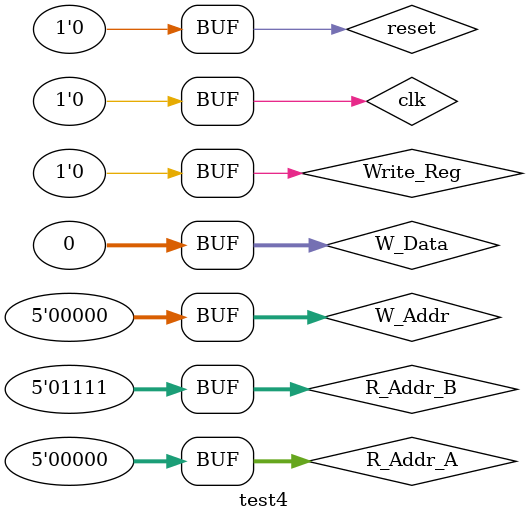
<source format=v>
`timescale 1ns / 1ps


module test4;

	// Inputs
	reg [4:0] R_Addr_A;
	reg [4:0] R_Addr_B;
	reg [4:0] W_Addr;
	reg [31:0] W_Data;
	reg Write_Reg;
	reg clk;
	reg reset;

	// Outputs
	wire [31:0] R_Data_A;
	wire [31:0] R_Data_B;

	// Instantiate the Unit Under Test (UUT)
	REG uut (
		.R_Addr_A(R_Addr_A), 
		.R_Addr_B(R_Addr_B), 
		.W_Addr(W_Addr), 
		.W_Data(W_Data), 
		.R_Data_A(R_Data_A), 
		.R_Data_B(R_Data_B), 
		.Write_Reg(Write_Reg), 
		.clk(clk), 
		.reset(reset)
	);

	initial begin
		// Initialize Inputs
		R_Addr_A = 0;
		R_Addr_B = 0;
		W_Addr = 0;
		W_Data = 0;
		Write_Reg = 0;
		clk = 0;
		reset = 0;

		// Wait 100 ns for global reset to finish
		
		#100;
		R_Addr_A = 0;
		R_Addr_B = 0;
		W_Addr = 5'b00001;
		W_Data = 32'h1111_1111;
		Write_Reg = 1;
        clk = 1;
		reset = 0;
		
		#10;
		
		#100;
		R_Addr_A = 5'b00001;
		R_Addr_B = 0;
		W_Addr = 5'b0;
		W_Data = 32'h0;
		Write_Reg = 0;
        clk = 1;
		reset = 0;
		
		#100;
		R_Addr_A = 0;
		R_Addr_B = 0;
		W_Addr = 5'b00011;
		W_Data = 32'h2222_2222;
		Write_Reg = 1;
        clk = 0;
		reset = 0;
		
		#10;
		
		#100;
		R_Addr_A = 0;
		R_Addr_B = 5'b00011;
		W_Addr = 5'b00111;
		W_Data = 32'h3333_3333;
		Write_Reg = 0;
        clk = 1;
		reset = 0;
		
		#10;
		
		#100;
		R_Addr_A = 0;
		R_Addr_B = 5'b00111;
		W_Addr = 5'b0;
		W_Data = 32'h0;
		Write_Reg = 0;
        clk = 1;
		reset = 0;
		
		#10;
		
		#100;
		R_Addr_A = 0;
		R_Addr_B = 0;
		W_Addr = 5'b01111;
		W_Data = 32'h4444_4444;
		Write_Reg = 1;
      clk = 0;
		reset = 1;
			
		#10;	
			
		#100;
		R_Addr_A = 0;
		R_Addr_B = 5'b01111;
		W_Addr = 5'b0;
		W_Data = 32'h0;
		Write_Reg = 0;
      clk = 0;
		reset = 0;

		// Add stimulus here

	end
      endmodule



</source>
